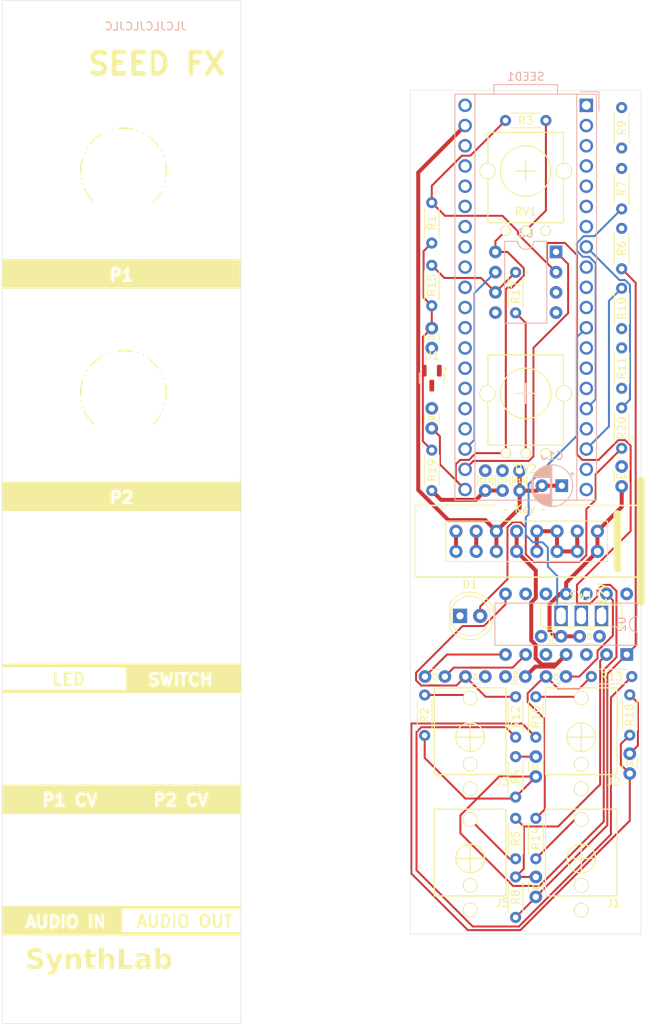
<source format=kicad_pcb>
(kicad_pcb (version 20240108) (generator "pcbnew") (generator_version "8.0")
  (layers (0 "F.Cu" signal) (31 "B.Cu" signal) (34 "B.Paste" user) (35 "F.Paste" user) (36 "B.SilkS" user "B.Silkscreen") (37 "F.SilkS" user "F.Silkscreen") (38 "B.Mask" user) (39 "F.Mask" user) (44 "Edge.Cuts" user))
  (net 0 "")
  (net 1 "ADC_IN_0")
  (net 2 "Net-(U3A--)")
  (net 3 "Net-(U2A--)")
  (net 4 "Net-(C5-Pad2)")
  (net 5 "Net-(U3B--)")
  (net 6 "Net-(C2-Pad2)")
  (net 7 "Net-(C3-Pad2)")
  (net 8 "Net-(U2B--)")
  (net 9 "Net-(C4-Pad2)")
  (net 10 "Net-(U2C--)")
  (net 11 "ADC_IN_1")
  (net 12 "Net-(U2D--)")
  (net 13 "-12V")
  (net 14 "+12V")
  (net 16 "Net-(J1-PadT)")
  (net 18 "Net-(J2-PadT)")
  (net 20 "Net-(J3-PadT)")
  (net 21 "Net-(J5-PadT)")
  (net 23 "Net-(R3-Pad1)")
  (net 24 "Net-(R17-Pad1)")
  (net 25 "Net-(D1-A)")
  (net 26 "AUDIO_IN_L")
  (net 27 "AUDIO_OUT_L")
  (net 28 "LED_OUT")
  (net 29 "SWITCH_IN")
  (net 30 "+5V")
  (net 31 "-10V_REF")
  (net 32 "3V3_A")
  (net 33 "Net-(J6-P3)")
  (net 34 "Net-(J6-P1)")
  (net 35 "GND")
  (footprint "Resistor_THT:R_Axial_DIN0204_L3.6mm_D1.6mm_P5.08mm_Horizontal" (layer "F.Cu") (at 191.135 110.31 180)
    (property "Reference" "R13")
    (property "Value" "100K")
  )
  (footprint "Capacitor_THT:C_Disc_D3.0mm_W1.6mm_P2.50mm" (layer "F.Cu") (at 187.071 105.259 180)
    (property "Reference" "C9")
    (property "Value" "100nF")
  )
  (footprint "Resistor_THT:R_Axial_DIN0204_L3.6mm_D1.6mm_P5.08mm_Horizontal" (layer "F.Cu") (at 165.989 86.9456 90)
    (property "Reference" "R19")
    (property "Value" "2K")
  )
  (footprint "Resistor_THT:R_Axial_DIN0204_L3.6mm_D1.6mm_P5.08mm_Horizontal" (layer "F.Cu") (at 190.881 117.676 90)
    (property "Reference" "R18")
    (property "Value" "66.5K")
  )
  (footprint "PCM_4ms_Connector:Pins_2x08_2.54mm_TH_EuroPower_Shrouded" (layer "F.Cu") (at 177.927 93.321 90)
    (property "Reference" "J6" (hide yes))
    (property "Value" "Eurorack_Power_16pin_Shrouded" (hide yes))
  )
  (footprint "Capacitor_THT:C_Disc_D3.0mm_W1.6mm_P2.50mm" (layer "F.Cu") (at 182.245 105.259 180)
    (property "Reference" "C11")
    (property "Value" "10µF")
  )
  (footprint "Resistor_THT:R_Axial_DIN0204_L3.6mm_D1.6mm_P5.08mm_Horizontal" (layer "F.Cu") (at 189.865 59.089 90)
    (property "Reference" "R6")
    (property "Value" "100K")
  )
  (footprint "Capacitor_THT:C_Disc_D3.0mm_W1.6mm_P2.50mm" (layer "F.Cu") (at 177.76 110.31 180)
    (property "Reference" "C10")
    (property "Value" "100nF")
  )
  (footprint "eurocad:PJ301M-12_T_S" (layer "F.Cu") (at 170.811981 117.93)
    (property "Reference" "J3")
    (property "Value" "DELAY_TIME_CV_INPUT")
  )
  (footprint "Capacitor_THT:C_Disc_D3.0mm_W1.6mm_P2.50mm" (layer "F.Cu") (at 167.64 110.31 180)
    (property "Reference" "C3")
    (property "Value" "560PF")
  )
  (footprint "Capacitor_THT:C_Disc_D3.0mm_W1.6mm_P2.50mm" (layer "F.Cu") (at 174.879 84.442 -90)
    (property "Reference" "C13")
    (property "Value" "100nF")
  )
  (footprint "Resistor_THT:R_Axial_DIN0204_L3.6mm_D1.6mm_P5.08mm_Horizontal" (layer "F.Cu") (at 176.53 125.452 90)
    (property "Reference" "R4")
    (property "Value" "66.5K")
  )
  (footprint "Capacitor_THT:C_Disc_D3.0mm_W1.6mm_P2.50mm" (layer "F.Cu") (at 189.865 86.423 90)
    (property "Reference" "C14")
    (property "Value" "100nF")
  )
  (footprint "Resistor_THT:R_Axial_DIN0204_L3.6mm_D1.6mm_P5.08mm_Horizontal" (layer "F.Cu") (at 176.53 112.85 -90)
    (property "Reference" "R12")
    (property "Value" "100K")
  )
  (footprint "Capacitor_THT:C_Disc_D3.0mm_W1.6mm_P2.50mm" (layer "F.Cu") (at 165.989 66.544 -90)
    (property "Reference" "C7")
    (property "Value" "100nF")
  )
  (footprint "Resistor_THT:R_Axial_DIN0204_L3.6mm_D1.6mm_P5.08mm_Horizontal" (layer "F.Cu") (at 189.865 61.531 -90)
    (property "Reference" "R10")
    (property "Value" "10K")
  )
  (footprint "Resistor_THT:R_Axial_DIN0204_L3.6mm_D1.6mm_P5.08mm_Horizontal" (layer "F.Cu") (at 165.989 63.73 90)
    (property "Reference" "R15")
    (property "Value" "200K")
  )
  (footprint "Resistor_THT:R_Axial_DIN0204_L3.6mm_D1.6mm_P5.08mm_Horizontal" (layer "F.Cu") (at 176.53 135.485 -90)
    (property "Reference" "R8")
    (property "Value" "100K")
  )
  (footprint "Capacitor_THT:C_Disc_D3.0mm_W1.6mm_P2.50mm" (layer "F.Cu") (at 179.07 122.872 90)
    (property "Reference" "C1")
    (property "Value" "10nF")
  )
  (footprint "LED_THT:LED_D5.0mm" (layer "F.Cu") (at 169.541981 102.69)
    (property "Reference" "D1")
    (property "Value" "LED")
  )
  (footprint "eurocad:PJ301M-12_T_S" (layer "F.Cu") (at 170.815 133.17)
    (property "Reference" "J5")
    (property "Value" "AUDIO_INPUT")
  )
  (footprint "Capacitor_THT:C_Disc_D3.0mm_W1.6mm_P2.50mm" (layer "F.Cu") (at 182.86 110.31 180)
    (property "Reference" "C5")
    (property "Value" "47PF")
  )
  (footprint "Resistor_THT:R_Axial_DIN0204_L3.6mm_D1.6mm_P5.08mm_Horizontal" (layer "F.Cu") (at 180.34 40.46 180)
    (property "Reference" "R3")
    (property "Value" "66.5K")
  )
  (footprint "Package_TO_SOT_SMD:SOT-23" (layer "F.Cu") (at 165.989 72.8255 -90)
    (property "Reference" "U1")
    (property "Value" "LM4040DBZ-10")
  )
  (footprint "eurocad:PJ301M-12_T_S" (layer "F.Cu") (at 184.785 133.17)
    (property "Reference" "J1")
    (property "Value" "AUDIO_OUTPUT")
  )
  (footprint "eurocad:PJ301M-12_T_S" (layer "F.Cu") (at 184.785 117.93)
    (property "Reference" "J2")
    (property "Value" "FEEDBACK_CV_INPUT")
  )
  (footprint "Resistor_THT:R_Axial_DIN0204_L3.6mm_D1.6mm_P5.08mm_Horizontal" (layer "F.Cu") (at 189.865 43.918 90)
    (property "Reference" "R9")
    (property "Value" "10K")
  )
  (footprint "Resistor_THT:R_Axial_DIN0204_L3.6mm_D1.6mm_P5.08mm_Horizontal" (layer "F.Cu") (at 189.865 76.557 -90)
    (property "Reference" "R20")
    (property "Value" "1K")
  )
  (footprint "Resistor_THT:R_Axial_DIN0204_L3.6mm_D1.6mm_P5.08mm_Horizontal" (layer "F.Cu") (at 179.07 128.119 -90)
    (property "Reference" "R14")
    (property "Value" "1K")
  )
  (footprint "Resistor_THT:R_Axial_DIN0204_L3.6mm_D1.6mm_P5.08mm_Horizontal" (layer "F.Cu") (at 165.989 55.856 90)
    (property "Reference" "R1")
    (property "Value" "200K")
  )
  (footprint "eurocad:Alpha9mmPot" (layer "F.Cu") (at 177.8 74.75)
    (property "Reference" "RV2")
    (property "Value" "FEEDBACK_POT_10K")
  )
  (footprint "Capacitor_THT:C_Disc_D3.0mm_W1.6mm_P2.50mm" (layer "F.Cu") (at 172.72 110.31 180)
    (property "Reference" "C4")
    (property "Value" "47PF")
  )
  (footprint "eurocad:Alpha9mmPot" (layer "F.Cu") (at 177.8 46.81)
    (property "Reference" "RV1")
    (property "Value" "DELAY_TIME_POT_10K")
  )
  (footprint "Resistor_THT:R_Axial_DIN0204_L3.6mm_D1.6mm_P5.08mm_Horizontal" (layer "F.Cu") (at 189.865 69.024 -90)
    (property "Reference" "R11")
    (property "Value" "100K")
  )
  (footprint "Resistor_THT:R_Axial_DIN0204_L3.6mm_D1.6mm_P5.08mm_Horizontal" (layer "F.Cu") (at 179.07 112.85 -90)
    (property "Reference" "R16")
    (property "Value" "100K")
  )
  (footprint "Capacitor_THT:C_Disc_D3.0mm_W1.6mm_P2.50mm" (layer "F.Cu") (at 190.881 122.502 90)
    (property "Reference" "C6")
    (property "Value" "10nF")
  )
  (footprint "Capacitor_THT:C_Disc_D3.0mm_W1.6mm_P2.50mm" (layer "F.Cu") (at 177.038 86.971 90)
    (property "Reference" "C15")
    (property "Value" "10µF")
  )
  (footprint "Resistor_THT:R_Axial_DIN0204_L3.6mm_D1.6mm_P5.08mm_Horizontal" (layer "F.Cu") (at 165.1 112.625 -90)
    (property "Reference" "R2")
    (property "Value" "100K")
  )
  (footprint "Capacitor_THT:C_Disc_D3.0mm_W1.6mm_P2.50mm" (layer "F.Cu") (at 172.72 84.442 -90)
    (property "Reference" "C12")
    (property "Value" "10µF")
  )
  (footprint "Capacitor_THT:C_Disc_D3.0mm_W1.6mm_P2.50mm" (layer "F.Cu") (at 165.989 79.1224 90)
    (property "Reference" "C8")
    (property "Value" "100nF")
  )
  (footprint "Resistor_THT:R_Axial_DIN0204_L3.6mm_D1.6mm_P5.08mm_Horizontal" (layer "F.Cu") (at 176.53 133.199 90)
    (property "Reference" "R5")
    (property "Value" "100K")
  )
  (footprint "Capacitor_THT:C_Disc_D3.0mm_W1.6mm_P2.50mm" (layer "F.Cu") (at 179.07 135.485 -90)
    (property "Reference" "C2")
    (property "Value" "47PF")
  )
  (footprint "Resistor_THT:R_Axial_DIN0204_L3.6mm_D1.6mm_P5.08mm_Horizontal" (layer "F.Cu") (at 176.53 64.619 90)
    (property "Reference" "R17")
    (property "Value" "66.5K")
  )
  (footprint "Library:SW_Slide-03_Wuerth-WS-SLTV_10x2.5x6.4_P2.54mm-SolderLugs" (layer "F.Cu") (at 184.785 102.69)
    (property "Reference" "SW1")
    (property "Value" "SW_SPDT")
  )
  (footprint "Resistor_THT:R_Axial_DIN0204_L3.6mm_D1.6mm_P5.08mm_Horizontal" (layer "F.Cu") (at 189.865 46.487 -90)
    (property "Reference" "R7")
    (property "Value" "1K")
  )
  (footprint "Package_DIP:DIP-8_W7.62mm" (layer "B.Cu") (at 181.61 56.97 180)
    (property "Reference" "U3")
    (property "Value" "MCP6002-xP")
  )
  (footprint "Package_DIP:DIP-14_W7.62mm" (layer "B.Cu") (at 190.5 107.545 90)
    (property "Reference" "U2")
    (property "Value" "TL074")
  )
  (footprint "Module:Electrosmith_Daisy_Seed" (layer "B.Cu") (at 185.42 38.555 180)
    (property "Reference" "SEED1")
    (property "Value" "Electrosmith_Daisy_Seed_Rev4")
  )
  (footprint "Capacitor_THT:CP_Radial_D5.0mm_P2.50mm" (layer "B.Cu") (at 182.332 86.336 180)
    (property "Reference" "C16")
    (property "Value" "220µF")
  )
  (gr_rect (start 112.0508 86.18) (end 125.555227 89.1772) (stroke (width 0.15)) (fill solid) (layer "F.SilkS"))
  (gr_rect (start 138.049 124.153) (end 141.973655 127.22971) (stroke (width 0.15)) (fill solid) (layer "F.SilkS"))
  (gr_rect (start 112 58.2908) (end 125.5382 61.288) (stroke (width 0.15)) (fill solid) (layer "F.SilkS"))
  (gr_rect (start 112 61.2372) (end 141.8704 61.5166) (stroke (width 0.15)) (fill solid) (layer "F.SilkS"))
  (gr_rect (start 123.811 88.72) (end 129.526 89.1772) (stroke (width 0.15)) (fill solid) (layer "F.SilkS"))
  (gr_rect (start 112 57.9606) (end 141.8704 58.24) (stroke (width 0.15)) (fill solid) (layer "F.SilkS"))
  (gr_rect (start 112.094629 139.207421) (end 141.965029 139.486821) (stroke (width 0.15)) (fill solid) (layer "F.SilkS"))
  (gr_rect (start 125.2842 58.2908) (end 128.5862 58.7988) (stroke (width 0.15)) (fill solid) (layer "F.SilkS"))
  (gr_rect (start 127.635 109.167) (end 141.959758 109.607391) (stroke (width 0.15)) (fill solid) (layer "F.SilkS"))
  (gr_rect (start 112.103255 124.09281) (end 117.094 127.201) (stroke (width 0.15)) (fill solid) (layer "F.SilkS"))
  (gr_rect (start 123.811 86.18) (end 129.526 86.688) (stroke (width 0.15)) (fill solid) (layer "F.SilkS"))
  (gr_arc (start 123.43 50.62) (mid 127.24 41.421846) (end 131.05 50.62) (stroke (width 0.1705) (type dash_dot_dot)) (layer "F.SilkS"))
  (gr_rect (start 128.538745 86.0403) (end 141.9212 89.355) (stroke (width 0.15)) (fill solid) (layer "F.SilkS"))
  (gr_rect (start 114.914489 142.06) (end 124.989335 142.441) (stroke (width 0.15)) (fill solid) (layer "F.SilkS"))
  (gr_rect (start 117.094 126.82) (end 124.079 127.201) (stroke (width 0.15)) (fill solid) (layer "F.SilkS"))
  (gr_rect (start 124.079 124.153) (end 131.064 127.328) (stroke (width 0.15)) (fill solid) (layer "F.SilkS"))
  (gr_rect (start 127.635 111.732457) (end 141.906455 112.272187) (stroke (width 0.15)) (fill solid) (layer "F.SilkS"))
  (gr_rect (start 131.064 124.153) (end 138.049 124.788) (stroke (width 0.15)) (fill solid) (layer "F.SilkS"))
  (gr_rect (start 112.103255 127.22971) (end 141.973655 127.50911) (stroke (width 0.15)) (fill solid) (layer "F.SilkS"))
  (gr_rect (start 112.1016 112.0494) (end 141.972 112.3288) (stroke (width 0.15)) (fill solid) (layer "F.SilkS"))
  (gr_rect (start 112.0508 89.1772) (end 141.9212 89.4566) (stroke (width 0.15)) (fill solid) (layer "F.SilkS"))
  (gr_rect (start 128.4846 58.1511) (end 141.8704 61.4658) (stroke (width 0.15)) (fill solid) (layer "F.SilkS"))
  (gr_arc (start 123.43 78.56) (mid 127.24 69.361846) (end 131.05 78.56) (stroke (width 0.1705) (type dash_dot_dot)) (layer "F.SilkS"))
  (gr_rect (start 112.094629 139.486821) (end 114.839279 142.441) (stroke (width 0.15)) (fill solid) (layer "F.SilkS"))
  (gr_rect (start 117.094 124.09281) (end 123.952 124.788) (stroke (width 0.15)) (fill solid) (layer "F.SilkS"))
  (gr_rect (start 112.094629 142.484021) (end 141.965029 142.763421) (stroke (width 0.15)) (fill solid) (layer "F.SilkS"))
  (gr_rect (start 125.5382 60.935278) (end 128.5862 61.288) (stroke (width 0.15)) (fill solid) (layer "F.SilkS"))
  (gr_rect (start 112.0508 85.9006) (end 141.9212 86.18) (stroke (width 0.15)) (fill solid) (layer "F.SilkS"))
  (gr_rect (start 138.449458 109.607836) (end 141.915328 111.826227) (stroke (width 0.15)) (fill solid) (layer "F.SilkS"))
  (gr_rect (start 131.064 126.84871) (end 138.049 127.328) (stroke (width 0.15)) (fill solid) (layer "F.SilkS"))
  (gr_rect (start 127.635 109.675) (end 130.349455 111.893391) (stroke (width 0.15)) (fill solid) (layer "F.SilkS"))
  (gr_rect (start 112.103255 123.95311) (end 141.973655 124.23251) (stroke (width 0.15)) (fill solid) (layer "F.SilkS"))
  (gr_rect (start 114.955297 139.486821) (end 124.891905 140.028) (stroke (width 0.15)) (fill solid) (layer "F.SilkS"))
  (gr_rect (start 125.029019 139.486821) (end 127.029829 142.484021) (stroke (width 0.15)) (fill solid) (layer "F.SilkS"))
  (gr_rect (start 112.1016 108.7728) (end 141.948421 109.0522) (stroke (width 0.15)) (fill solid) (layer "F.SilkS"))
  (gr_rect (start 163.3 36.65) (end 192.3 142.65) (stroke (width 0.05)) (fill none) (layer "Edge.Cuts"))
  (gr_rect (start 112 25.4) (end 142 153.9) (stroke (width 0.05)) (fill none) (layer "Edge.Cuts"))
  (gr_text "JLCJLCJLCJLC" (at 135.255 29.21 0) (layer "B.SilkS") (effects (font (size 1 1)) (justify left bottom mirror)))
  (gr_text "P2 CV" (at 130.81 126.720918 0) (layer "F.SilkS" knockout) (effects (font (size 1.5 1.5) (thickness 0.3) (bold yes)) (justify left bottom)))
  (gr_text "SynthLab" (at 114.880867 147.438617 0) (layer "F.SilkS") (effects (font (size 2.5 2.5) (thickness 0.3) (bold yes)) (justify left bottom)))
  (gr_text "P1 CV" (at 116.84 126.72171 0) (layer "F.SilkS" knockout) (effects (font (size 1.5 1.5) (thickness 0.3) (bold yes)) (justify left bottom)))
  (gr_text "AUDIO IN" (at 114.733999 141.99977 0) (layer "F.SilkS" knockout) (effects (font (size 1.5 1.5) (thickness 0.3) (bold yes)) (justify left bottom)))
  (gr_text "LED" (at 118.11 111.5414 0) (layer "F.SilkS") (effects (font (size 1.5 1.5) (thickness 0.3) (bold yes)) (justify left bottom)))
  (gr_text "P1" (at 125.335 60.78 0) (layer "F.SilkS" knockout) (effects (font (size 1.5 1.5) (thickness 0.3) (bold yes)) (justify left bottom)))
  (gr_text "SEED FX" (at 140.335 34.925 0) (layer "F.SilkS") (effects (font (size 2.7 2.7) (thickness 0.6) (bold yes)) (justify right bottom)))
  (gr_text "P2" (at 125.335 88.72 0) (layer "F.SilkS" knockout) (effects (font (size 1.5 1.5) (thickness 0.3) (bold yes)) (justify left bottom)))
  (gr_text "SWITCH" (at 130.175 111.58 0) (layer "F.SilkS" knockout) (effects (font (size 1.5 1.5) (thickness 0.3) (bold yes)) (justify left bottom)))
  (gr_text "AUDIO OUT" (at 128.707909 141.931501 0) (layer "F.SilkS") (effects (font (size 1.5 1.5) (thickness 0.3) (bold yes)) (justify left bottom)))
  (segment (start 178.775 82.653859) (end 178.775 69.015991) (width 0.25) (layer "F.Cu") (net 1))
  (segment (start 179.07 120.372) (end 176.53 120.372) (width 0.25) (layer "F.Cu") (net 1))
  (segment (start 178.203859 83.225) (end 178.775 82.653859) (width 0.25) (layer "F.Cu") (net 1))
  (segment (start 183.134 58.494) (end 181.61 56.97) (width 0.25) (layer "F.Cu") (net 1))
  (segment (start 171.23 83.225) (end 178.203859 83.225) (width 0.25) (layer "F.Cu") (net 1))
  (segment (start 183.134 64.656991) (end 183.134 58.494) (width 0.25) (layer "F.Cu") (net 1))
  (segment (start 170.18 84.275) (end 171.23 83.225) (width 0.25) (layer "F.Cu") (net 1))
  (segment (start 178.775 69.015991) (end 183.134 64.656991) (width 0.25) (layer "F.Cu") (net 1))
  (segment (start 185.96 101.095) (end 186.835 100.22) (width 0.25) (layer "F.Cu") (net 2))
  (segment (start 176.347 125.635) (end 170.212 125.635) (width 0.25) (layer "F.Cu") (net 2))
  (segment (start 176.53 125.452) (end 176.347 125.635) (width 0.25) (layer "F.Cu") (net 2))
  (segment (start 169.59 129.994569) (end 169.59 127.742588) (width 0.25) (layer "F.Cu") (net 2))
  (segment (start 189.440431 80.612) (end 190.289569 80.612) (width 0.25) (layer "F.Cu") (net 2))
  (segment (start 188.425991 98.8) (end 189.209999 99.584008) (width 0.25) (layer "F.Cu") (net 2))
  (segment (start 180.485 55.845) (end 182.735 55.845) (width 0.25) (layer "F.Cu") (net 2))
  (segment (start 176.53 125.452) (end 179.07 122.912) (width 0.25) (layer "F.Cu") (net 2))
  (segment (start 181.61 59.51) (end 180.485 58.385) (width 0.25) (layer "F.Cu") (net 2))
  (segment (start 174.460588 122.872) (end 179.07 122.872) (width 0.25) (layer "F.Cu") (net 2))
  (segment (start 165.989 50.776) (end 167.643 52.43) (width 0.25) (layer "F.Cu") (net 2))
  (segment (start 186.835 100.22) (end 186.835 99.459009) (width 0.25) (layer "F.Cu") (net 2))
  (segment (start 184.245 101.095) (end 185.96 101.095) (width 0.25) (layer "F.Cu") (net 2))
  (segment (start 184.245 98.790053) (end 184.245 101.095) (width 0.25) (layer "F.Cu") (net 2))
  (segment (start 176.825 54.725) (end 181.61 59.51) (width 0.25) (layer "F.Cu") (net 2))
  (segment (start 165.1 120.523) (end 165.1 117.705) (width 0.25) (layer "F.Cu") (net 2))
  (segment (start 186.835 99.459009) (end 187.494009 98.8) (width 0.25) (layer "F.Cu") (net 2))
  (segment (start 187.610001 109.48599) (end 187.610001 128.53599) (width 0.25) (layer "F.Cu") (net 2))
  (segment (start 182.735 55.845) (end 184.245 57.355) (width 0.25) (layer "F.Cu") (net 2))
  (segment (start 176.825 54.3828) (end 176.825 54.725) (width 0.25) (layer "F.Cu") (net 2))
  (segment (start 170.212 125.635) (end 165.1 120.523) (width 0.25) (layer "F.Cu") (net 2))
  (segment (start 174.8722 52.43) (end 176.825 54.3828) (width 0.25) (layer "F.Cu") (net 2))
  (segment (start 184.933299 83.1) (end 186.952431 83.1) (width 0.25) (layer "F.Cu") (net 2))
  (segment (start 190.99 92.045053) (end 184.245 98.790053) (width 0.25) (layer "F.Cu") (net 2))
  (segment (start 184.245 82.411701) (end 184.933299 83.1) (width 0.25) (layer "F.Cu") (net 2))
  (segment (start 189.209999 107.885992) (end 187.610001 109.48599) (width 0.25) (layer "F.Cu") (net 2))
  (segment (start 190.99 81.312431) (end 190.99 92.045053) (width 0.25) (layer "F.Cu") (net 2))
  (segment (start 165.989 48.6678) (end 169.7736 44.8832) (width 0.25) (layer "F.Cu") (net 2))
  (segment (start 179.535991 136.61) (end 176.205431 136.61) (width 0.25) (layer "F.Cu") (net 2))
  (segment (start 187.610001 128.53599) (end 179.535991 136.61) (width 0.25) (layer "F.Cu") (net 2))
  (segment (start 176.205431 136.61) (end 169.59 129.994569) (width 0.25) (layer "F.Cu") (net 2))
  (segment (start 190.289569 80.612) (end 190.99 81.312431) (width 0.25) (layer "F.Cu") (net 2))
  (segment (start 169.59 127.742588) (end 174.460588 122.872) (width 0.25) (layer "F.Cu") (net 2))
  (segment (start 167.643 52.43) (end 174.8722 52.43) (width 0.25) (layer "F.Cu") (net 2))
  (segment (start 186.952431 83.1) (end 189.440431 80.612) (width 0.25) (layer "F.Cu") (net 2))
  (segment (start 187.494009 98.8) (end 188.425991 98.8) (width 0.25) (layer "F.Cu") (net 2))
  (segment (start 165.989 50.776) (end 165.989 48.6678) (width 0.25) (layer "F.Cu") (net 2))
  (segment (start 180.485 58.385) (end 180.485 55.845) (width 0.25) (layer "F.Cu") (net 2))
  (segment (start 189.209999 99.584008) (end 189.209999 107.885992) (width 0.25) (layer "F.Cu") (net 2))
  (segment (start 170.8368 44.8832) (end 175.26 40.46) (width 0.25) (layer "F.Cu") (net 2))
  (segment (start 179.07 122.912) (end 179.07 122.872) (width 0.25) (layer "F.Cu") (net 2))
  (segment (start 184.245 57.355) (end 184.245 82.411701) (width 0.25) (layer "F.Cu") (net 2))
  (segment (start 169.7736 44.8832) (end 170.8368 44.8832) (width 0.25) (layer "F.Cu") (net 2))
  (segment (start 177.555 134.46) (end 177.555 129.144) (width 0.25) (layer "F.Cu") (net 3))
  (segment (start 177.555 129.144) (end 176.53 128.119) (width 0.25) (layer "F.Cu") (net 3))
  (segment (start 181.8804 129.144) (end 177.555 129.144) (width 0.25) (layer "F.Cu") (net 3))
  (segment (start 187.160001 108.344999) (end 187.160001 123.864399) (width 0.25) (layer "F.Cu") (net 3))
  (segment (start 179.07 135.485) (end 176.53 135.485) (width 0.25) (layer "F.Cu") (net 3))
  (segment (start 187.160001 123.864399) (end 181.8804 129.144) (width 0.25) (layer "F.Cu") (net 3))
  (segment (start 176.53 135.485) (end 177.555 134.46) (width 0.25) (layer "F.Cu") (net 3))
  (segment (start 187.96 107.545) (end 187.160001 108.344999) (width 0.25) (layer "F.Cu") (net 3))
  (segment (start 178.045 112.425431) (end 178.045 113.505) (width 0.25) (layer "F.Cu") (net 4))
  (segment (start 180.36 110.31) (end 181.835 111.785) (width 0.25) (layer "F.Cu") (net 4))
  (segment (start 180.36 110.31) (end 180.160431 110.31) (width 0.25) (layer "F.Cu") (net 4))
  (segment (start 180.195 115.655) (end 180.195 126.994) (width 0.25) (layer "F.Cu") (net 4))
  (segment (start 181.835 111.785) (end 184.58 111.785) (width 0.25) (layer "F.Cu") (net 4))
  (segment (start 184.58 111.785) (end 186.055 110.31) (width 0.25) (layer "F.Cu") (net 4))
  (segment (start 178.045 113.505) (end 180.195 115.655) (width 0.25) (layer "F.Cu") (net 4))
  (segment (start 180.160431 110.31) (end 178.045 112.425431) (width 0.25) (layer "F.Cu") (net 4))
  (segment (start 180.195 126.994) (end 179.07 128.119) (width 0.25) (layer "F.Cu") (net 4))
  (segment (start 173.99 62.05) (end 172.18 60.24) (width 0.25) (layer "F.Cu") (net 5))
  (segment (start 189.756 118.801) (end 189.756 121.377) (width 0.25) (layer "F.Cu") (net 5))
  (segment (start 172.18 60.24) (end 167.579 60.24) (width 0.25) (layer "F.Cu") (net 5))
  (segment (start 173.99 62.05) (end 176.501 59.539) (width 0.25) (layer "F.Cu") (net 5))
  (segment (start 189.756 121.377) (end 190.881 122.502) (width 0.25) (layer "F.Cu") (net 5))
  (segment (start 177.3478 116.2078) (end 163.425 116.2078) (width 0.25) (layer "F.Cu") (net 5))
  (segment (start 190.881 128.4238) (end 190.881 122.502) (width 0.25) (layer "F.Cu") (net 5))
  (segment (start 163.425 135.0546) (end 170.5356 142.1652) (width 0.25) (layer "F.Cu") (net 5))
  (segment (start 176.501 59.539) (end 176.53 59.539) (width 0.25) (layer "F.Cu") (net 5))
  (segment (start 163.425 116.2078) (end 163.425 135.0546) (width 0.25) (layer "F.Cu") (net 5))
  (segment (start 170.5356 142.1652) (end 177.1396 142.1652) (width 0.25) (layer "F.Cu") (net 5))
  (segment (start 179.07 117.93) (end 177.3478 116.2078) (width 0.25) (layer "F.Cu") (net 5))
  (segment (start 167.579 60.24) (end 165.989 58.65) (width 0.25) (layer "F.Cu") (net 5))
  (segment (start 190.881 117.676) (end 189.756 118.801) (width 0.25) (layer "F.Cu") (net 5))
  (segment (start 177.1396 142.1652) (end 190.881 128.4238) (width 0.25) (layer "F.Cu") (net 5))
  (segment (start 191.625 106.42) (end 190.5 107.545) (width 0.25) (layer "F.Cu") (net 6))
  (segment (start 188.0616 109.9834) (end 188.0616 128.9934) (width 0.25) (layer "F.Cu") (net 6))
  (segment (start 188.0616 128.9934) (end 179.07 137.985) (width 0.25) (layer "F.Cu") (net 6))
  (segment (start 179.07 138.025) (end 179.07 137.985) (width 0.25) (layer "F.Cu") (net 6))
  (segment (start 191.625 60.849) (end 191.625 106.42) (width 0.25) (layer "F.Cu") (net 6))
  (segment (start 190.5 107.545) (end 188.0616 109.9834) (width 0.25) (layer "F.Cu") (net 6))
  (segment (start 176.53 140.565) (end 179.07 138.025) (width 0.25) (layer "F.Cu") (net 6))
  (segment (start 189.865 59.089) (end 191.625 60.849) (width 0.25) (layer "F.Cu") (net 6))
  (segment (start 165.14 110.31) (end 167.905 107.545) (width 0.25) (layer "F.Cu") (net 7))
  (segment (start 167.905 107.545) (end 175.26 107.545) (width 0.25) (layer "F.Cu") (net 7))
  (segment (start 177.8 107.545) (end 176.16 109.185) (width 0.25) (layer "F.Cu") (net 8))
  (segment (start 176.16 109.185) (end 168.765 109.185) (width 0.25) (layer "F.Cu") (net 8))
  (segment (start 168.765 109.185) (end 167.64 110.31) (width 0.25) (layer "F.Cu") (net 8))
  (segment (start 169.095 111.435) (end 164.674009 111.435) (width 0.25) (layer "F.Cu") (net 9))
  (segment (start 169.8752 103.9636) (end 172.540793 103.9636) (width 0.25) (layer "F.Cu") (net 9))
  (segment (start 170.22 110.31) (end 172.76 112.85) (width 0.25) (layer "F.Cu") (net 9))
  (segment (start 172.540793 103.9636) (end 175.26 101.244393) (width 0.25) (layer "F.Cu") (net 9))
  (segment (start 164.015 110.775991) (end 164.015 109.8238) (width 0.25) (layer "F.Cu") (net 9))
  (segment (start 164.674009 111.435) (end 164.015 110.775991) (width 0.25) (layer "F.Cu") (net 9))
  (segment (start 172.76 112.85) (end 176.53 112.85) (width 0.25) (layer "F.Cu") (net 9))
  (segment (start 164.015 109.8238) (end 169.8752 103.9636) (width 0.25) (layer "F.Cu") (net 9))
  (segment (start 175.26 101.244393) (end 175.26 99.925) (width 0.25) (layer "F.Cu") (net 9))
  (segment (start 170.22 110.31) (end 169.095 111.435) (width 0.25) (layer "F.Cu") (net 9))
  (segment (start 190.881 120.002) (end 191.906 118.977) (width 0.25) (layer "F.Cu") (net 11))
  (segment (start 191.906 113.621) (end 190.881 112.596) (width 0.25) (layer "F.Cu") (net 11))
  (segment (start 191.906 118.977) (end 191.906 113.621) (width 0.25) (layer "F.Cu") (net 11))
  (segment (start 171.355 80.56) (end 171.355 62.145) (width 0.25) (layer "B.Cu") (net 11))
  (segment (start 171.355 62.145) (end 173.99 59.51) (width 0.25) (layer "B.Cu") (net 11))
  (segment (start 170.18 81.735) (end 171.355 80.56) (width 0.25) (layer "B.Cu") (net 11))
  (segment (start 164.075 134.642412) (end 164.075 117.280431) (width 0.25) (layer "F.Cu") (net 12))
  (segment (start 164.075 117.280431) (end 164.675431 116.68) (width 0.25) (layer "F.Cu") (net 12))
  (segment (start 187.96 99.925) (end 188.759999 100.724999) (width 0.25) (layer "F.Cu") (net 12))
  (segment (start 171.140588 141.708) (end 164.075 134.642412) (width 0.25) (layer "F.Cu") (net 12))
  (segment (start 184.535991 110.31) (end 186.835 108.010991) (width 0.25) (layer "F.Cu") (net 12))
  (segment (start 176.937991 141.708) (end 171.140588 141.708) (width 0.25) (layer "F.Cu") (net 12))
  (segment (start 188.759999 105.160992) (end 187.500991 106.42) (width 0.25) (layer "F.Cu") (net 12))
  (segment (start 188.5116 130.134391) (end 176.937991 141.708) (width 0.25) (layer "F.Cu") (net 12))
  (segment (start 186.835 108.010991) (end 186.835 107.079009) (width 0.25) (layer "F.Cu") (net 12))
  (segment (start 191.135 110.31) (end 188.5116 112.9334) (width 0.25) (layer "F.Cu") (net 12))
  (segment (start 182.86 110.31) (end 184.535991 110.31) (width 0.25) (layer "F.Cu") (net 12))
  (segment (start 186.835 107.079009) (end 187.494009 106.42) (width 0.25) (layer "F.Cu") (net 12))
  (segment (start 187.500991 106.42) (end 187.494009 106.42) (width 0.25) (layer "F.Cu") (net 12))
  (segment (start 188.5116 112.9334) (end 188.5116 130.134391) (width 0.25) (layer "F.Cu") (net 12))
  (segment (start 164.675431 116.68) (end 175.28 116.68) (width 0.25) (layer "F.Cu") (net 12))
  (segment (start 175.28 116.68) (end 176.53 117.93) (width 0.25) (layer "F.Cu") (net 12))
  (segment (start 188.759999 100.724999) (end 188.759999 105.160992) (width 0.25) (layer "F.Cu") (net 12))
  (segment (start 182.88 99.925) (end 182.107767 99.925) (width 0.5) (layer "F.Cu") (net 13))
  (segment (start 186.817 94.591) (end 182.88 98.528) (width 0.5) (layer "F.Cu") (net 13))
  (segment (start 186.817 92.051) (end 186.817 94.591) (width 0.5) (layer "F.Cu") (net 13))
  (segment (start 189.865 89.003) (end 189.865 86.423) (width 0.5) (layer "F.Cu") (net 13))
  (segment (start 182.107767 99.925) (end 180.799383 101.233384) (width 0.5) (layer "F.Cu") (net 13))
  (segment (start 182.88 98.528) (end 182.88 99.925) (width 0.5) (layer "F.Cu") (net 13))
  (segment (start 181.483 105.259) (end 182.245 105.259) (width 0.5) (layer "F.Cu") (net 13))
  (segment (start 182.245 105.259) (end 184.571 105.259) (width 0.5) (layer "F.Cu") (net 13))
  (segment (start 186.817 92.051) (end 189.865 89.003) (width 0.5) (layer "F.Cu") (net 13))
  (segment (start 180.799383 104.575383) (end 181.483 105.259) (width 0.5) (layer "F.Cu") (net 13))
  (segment (start 180.799383 101.233384) (end 180.799383 104.575383) (width 0.5) (layer "F.Cu") (net 13))
  (segment (start 172.72 86.942) (end 171.547 88.115) (width 0.5) (layer "F.Cu") (net 14))
  (segment (start 178.495 105.776767) (end 178.495 101.008) (width 0.5) (layer "F.Cu") (net 14))
  (segment (start 181.365 109.06) (end 179.01 109.06) (width 0.5) (layer "F.Cu") (net 14))
  (segment (start 167.1584 88.115) (end 165.989 86.9456) (width 0.5) (layer "F.Cu") (net 14))
  (segment (start 171.547 88.115) (end 167.1584 88.115) (width 0.5) (layer "F.Cu") (net 14))
  (segment (start 176.657 92.051) (end 176.657 94.591) (width 0.5) (layer "F.Cu") (net 14))
  (segment (start 179.07 97.004) (end 176.657 94.591) (width 0.5) (layer "F.Cu") (net 14))
  (segment (start 179.822233 108.795) (end 179.05 108.022767) (width 0.5) (layer "F.Cu") (net 14))
  (segment (start 179.05 106.331767) (end 178.495 105.776767) (width 0.5) (layer "F.Cu") (net 14))
  (segment (start 174.879 86.942) (end 172.72 86.942) (width 0.5) (layer "F.Cu") (net 14))
  (segment (start 182.88 107.545) (end 181.365 109.06) (width 0.5) (layer "F.Cu") (net 14))
  (segment (start 181.63 108.795) (end 179.822233 108.795) (width 0.5) (layer "F.Cu") (net 14))
  (segment (start 182.88 107.545) (end 181.63 108.795) (width 0.5) (layer "F.Cu") (net 14))
  (segment (start 179.01 109.06) (end 177.76 110.31) (width 0.5) (layer "F.Cu") (net 14))
  (segment (start 178.495 101.008) (end 179.07 100.433) (width 0.5) (layer "F.Cu") (net 14))
  (segment (start 179.07 100.433) (end 179.07 97.004) (width 0.5) (layer "F.Cu") (net 14))
  (segment (start 179.05 108.022767) (end 179.05 106.331767) (width 0.5) (layer "F.Cu") (net 14))
  (segment (start 179.07 133.199) (end 184.019 128.25) (width 0.25) (layer "F.Cu") (net 16))
  (segment (start 184.019 128.25) (end 184.785 128.25) (width 0.25) (layer "F.Cu") (net 16))
  (segment (start 184.625 112.85) (end 184.785 113.01) (width 0.25) (layer "F.Cu") (net 18))
  (segment (start 179.07 112.85) (end 184.625 112.85) (width 0.25) (layer "F.Cu") (net 18))
  (segment (start 165.1 112.625) (end 170.426981 112.625) (width 0.25) (layer "F.Cu") (net 20))
  (segment (start 170.426981 112.625) (end 170.811981 113.01) (width 0.25) (layer "F.Cu") (net 20))
  (segment (start 175.764 133.199) (end 176.53 133.199) (width 0.25) (layer "F.Cu") (net 21))
  (segment (start 170.815 128.25) (end 175.764 133.199) (width 0.25) (layer "F.Cu") (net 21))
  (segment (start 180.34 40.46) (end 180.34 51.77) (width 0.25) (layer "F.Cu") (net 23))
  (segment (start 180.34 51.77) (end 177.8 54.31) (width 0.25) (layer "F.Cu") (net 23))
  (segment (start 177.8 65.889) (end 176.53 64.619) (width 0.25) (layer "F.Cu") (net 24))
  (segment (start 177.8 82.25) (end 177.8 65.889) (width 0.25) (layer "F.Cu") (net 24))
  (segment (start 175.5065 98.087509) (end 172.081981 101.512028) (width 0.25) (layer "F.Cu") (net 25))
  (segment (start 175.5065 91.574447) (end 175.5065 98.087509) (width 0.25) (layer "F.Cu") (net 25))
  (segment (start 176.180447 90.9005) (end 175.5065 91.574447) (width 0.25) (layer "F.Cu") (net 25))
  (segment (start 178.790786 95.911614) (end 177.8075 94.928328) (width 0.25) (layer "F.Cu") (net 25))
  (segment (start 184.583439 95.911614) (end 178.790786 95.911614) (width 0.25) (layer "F.Cu") (net 25))
  (segment (start 189.865 81.637) (end 186.595 84.907) (width 0.25) (layer "F.Cu") (net 25))
  (segment (start 185.4275 89.273447) (end 185.4275 95.067553) (width 0.25) (layer "F.Cu") (net 25))
  (segment (start 177.8075 94.928328) (end 177.8075 91.574447) (width 0.25) (layer "F.Cu") (net 25))
  (segment (start 172.081981 101.512028) (end 172.081981 102.69) (width 0.25) (layer "F.Cu") (net 25))
  (segment (start 186.595 84.907) (end 186.595 88.105947) (width 0.25) (layer "F.Cu") (net 25))
  (segment (start 186.595 88.105947) (end 185.4275 89.273447) (width 0.25) (layer "F.Cu") (net 25))
  (segment (start 177.8075 91.574447) (end 177.133553 90.9005) (width 0.25) (layer "F.Cu") (net 25))
  (segment (start 177.133553 90.9005) (end 176.180447 90.9005) (width 0.25) (layer "F.Cu") (net 25))
  (segment (start 185.4275 95.067553) (end 184.583439 95.911614) (width 0.25) (layer "F.Cu") (net 25))
  (segment (start 186.595 58.388299) (end 185.789901 57.5832) (width 0.25) (layer "B.Cu") (net 26))
  (segment (start 185.42 76.655) (end 186.595 75.48) (width 0.25) (layer "B.Cu") (net 26))
  (segment (start 185.100899 54.9924) (end 186.4396 54.9924) (width 0.25) (layer "B.Cu") (net 26))
  (segment (start 186.595 75.48) (end 186.595 58.388299) (width 0.25) (layer "B.Cu") (net 26))
  (segment (start 185.789901 57.5832) (end 184.9628 57.5832) (width 0.25) (layer "B.Cu") (net 26))
  (segment (start 184.245 55.848299) (end 185.100899 54.9924) (width 0.25) (layer "B.Cu") (net 26))
  (segment (start 184.9628 57.5832) (end 184.245 56.8654) (width 0.25) (layer "B.Cu") (net 26))
  (segment (start 184.245 56.8654) (end 184.245 55.848299) (width 0.25) (layer "B.Cu") (net 26))
  (segment (start 186.4396 54.9924) (end 189.865 51.567) (width 0.25) (layer "B.Cu") (net 26))
  (segment (start 188.2648 78.8902) (end 188.2648 63.1312) (width 0.25) (layer "B.Cu") (net 27))
  (segment (start 185.42 81.735) (end 188.2648 78.8902) (width 0.25) (layer "B.Cu") (net 27))
  (segment (start 188.2648 63.1312) (end 189.865 61.531) (width 0.25) (layer "B.Cu") (net 27))
  (segment (start 190.9064 61.122831) (end 190.9064 75.5156) (width 0.25) (layer "B.Cu") (net 28))
  (segment (start 185.42 56.335) (end 189.591 60.506) (width 0.25) (layer "B.Cu") (net 28))
  (segment (start 190.289569 60.506) (end 190.9064 61.122831) (width 0.25) (layer "B.Cu") (net 28))
  (segment (start 190.9064 75.5156) (end 189.865 76.557) (width 0.25) (layer "B.Cu") (net 28))
  (segment (start 189.591 60.506) (end 190.289569 60.506) (width 0.25) (layer "B.Cu") (net 28))
  (segment (start 178.720447 93.4405) (end 179.912553 93.4405) (width 0.25) (layer "B.Cu") (net 29))
  (segment (start 184.245 67.67) (end 184.245 80.0434) (width 0.25) (layer "B.Cu") (net 29))
  (segment (start 177.8075 92.527553) (end 178.720447 93.4405) (width 0.25) (layer "B.Cu") (net 29))
  (segment (start 181.755 97.675) (end 181.755 102.2) (width 0.25) (layer "B.Cu") (net 29))
  (segment (start 184.245 80.0434) (end 178.163 86.1254) (width 0.25) (layer "B.Cu") (net 29))
  (segment (start 180.5865 96.5065) (end 181.755 97.675) (width 0.25) (layer "B.Cu") (net 29))
  (segment (start 179.912553 93.4405) (end 180.5865 94.114447) (width 0.25) (layer "B.Cu") (net 29))
  (segment (start 178.163 86.1254) (end 178.163 89.9354) (width 0.25) (layer "B.Cu") (net 29))
  (segment (start 181.755 102.2) (end 182.245 102.69) (width 0.25) (layer "B.Cu") (net 29))
  (segment (start 185.42 66.495) (end 184.245 67.67) (width 0.25) (layer "B.Cu") (net 29))
  (segment (start 180.5865 94.114447) (end 180.5865 96.5065) (width 0.25) (layer "B.Cu") (net 29))
  (segment (start 177.8075 90.2909) (end 177.8075 92.527553) (width 0.25) (layer "B.Cu") (net 29))
  (segment (start 178.163 89.9354) (end 177.8075 90.2909) (width 0.25) (layer "B.Cu") (net 29))
  (segment (start 177.038 89.13) (end 174.117 92.051) (width 0.5) (layer "F.Cu") (net 30))
  (segment (start 172.72 90.654) (end 174.117 92.051) (width 0.5) (layer "F.Cu") (net 30))
  (segment (start 170.18 41.095) (end 164.289 46.986) (width 0.5) (layer "F.Cu") (net 30))
  (segment (start 164.289 86.871946) (end 168.071054 90.654) (width 0.5) (layer "F.Cu") (net 30))
  (segment (start 174.117 92.051) (end 174.117 94.591) (width 0.5) (layer "F.Cu") (net 30))
  (segment (start 179.832 86.336) (end 182.332 86.336) (width 0.5) (layer "F.Cu") (net 30))
  (segment (start 168.071054 90.654) (end 172.72 90.654) (width 0.5) (layer "F.Cu") (net 30))
  (segment (start 179.197 86.971) (end 179.832 86.336) (width 0.5) (layer "F.Cu") (net 30))
  (segment (start 177.038 84.471) (end 177.038 86.971) (width 0.5) (layer "F.Cu") (net 30))
  (segment (start 164.289 46.986) (end 164.289 86.871946) (width 0.5) (layer "F.Cu") (net 30))
  (segment (start 177.038 86.971) (end 179.197 86.971) (width 0.5) (layer "F.Cu") (net 30))
  (segment (start 177.038 86.971) (end 177.038 89.13) (width 0.5) (layer "F.Cu") (net 30))
  (segment (start 165.989 63.73) (end 164.964 62.705) (width 0.25) (layer "F.Cu") (net 31))
  (segment (start 164.864 71.4188) (end 164.864 67.669) (width 0.25) (layer "F.Cu") (net 31))
  (segment (start 164.8968 71.7458) (end 164.8968 71.4516) (width 0.25) (layer "F.Cu") (net 31))
  (segment (start 165.989 81.8656) (end 164.864 80.7406) (width 0.25) (layer "F.Cu") (net 31))
  (segment (start 164.864 72.063) (end 165.039 71.888) (width 0.25) (layer "F.Cu") (net 31))
  (segment (start 164.8968 71.4516) (end 164.864 71.4188) (width 0.25) (layer "F.Cu") (net 31))
  (segment (start 164.964 62.705) (end 164.964 56.881) (width 0.25) (layer "F.Cu") (net 31))
  (segment (start 165.989 66.544) (end 165.989 63.73) (width 0.25) (layer "F.Cu") (net 31))
  (segment (start 165.039 71.888) (end 164.8968 71.7458) (width 0.25) (layer "F.Cu") (net 31))
  (segment (start 164.864 80.7406) (end 164.864 72.063) (width 0.25) (layer "F.Cu") (net 31))
  (segment (start 164.964 56.881) (end 165.989 55.856) (width 0.25) (layer "F.Cu") (net 31))
  (segment (start 164.864 67.669) (end 165.989 66.544) (width 0.25) (layer "F.Cu") (net 31))
  (segment (start 169.5552 83.1) (end 169.005 83.6502) (width 0.25) (layer "F.Cu") (net 32))
  (segment (start 169.005 85.64) (end 170.18 86.815) (width 0.25) (layer "F.Cu") (net 32))
  (segment (start 170.666701 83.1) (end 169.5552 83.1) (width 0.25) (layer "F.Cu") (net 32))
  (segment (start 175.5104 56.97) (end 173.99 56.97) (width 0.25) (layer "F.Cu") (net 32))
  (segment (start 177.555 59.963569) (end 177.555 59.0146) (width 0.25) (layer "F.Cu") (net 32))
  (segment (start 170.18 86.815) (end 167.014 83.649) (width 0.25) (layer "F.Cu") (net 32))
  (segment (start 175.3 61.658) (end 175.514 61.444) (width 0.25) (layer "F.Cu") (net 32))
  (segment (start 167.014 83.649) (end 167.014 80.1474) (width 0.25) (layer "F.Cu") (net 32))
  (segment (start 177.555 59.0146) (end 175.5104 56.97) (width 0.25) (layer "F.Cu") (net 32))
  (segment (start 173.99 55.62) (end 175.3 54.31) (width 0.25) (layer "F.Cu") (net 32))
  (segment (start 169.005 83.6502) (end 169.005 85.64) (width 0.25) (layer "F.Cu") (net 32))
  (segment (start 175.3 82.25) (end 171.516701 82.25) (width 0.25) (layer "F.Cu") (net 32))
  (segment (start 171.516701 82.25) (end 170.666701 83.1) (width 0.25) (layer "F.Cu") (net 32))
  (segment (start 175.514 61.444) (end 176.074569 61.444) (width 0.25) (layer "F.Cu") (net 32))
  (segment (start 167.014 80.1474) (end 165.989 79.1224) (width 0.25) (layer "F.Cu") (net 32))
  (segment (start 176.074569 61.444) (end 177.555 59.963569) (width 0.25) (layer "F.Cu") (net 32))
  (segment (start 175.3 82.25) (end 175.3 61.658) (width 0.25) (layer "F.Cu") (net 32))
  (segment (start 173.99 56.97) (end 173.99 55.62) (width 0.25) (layer "F.Cu") (net 32))
  (segment (start 171.577 92.051) (end 171.577 94.591) (width 0.5) (layer "F.Cu") (net 33))
  (segment (start 169.037 92.051) (end 169.037 94.591) (width 0.5) (layer "F.Cu") (net 34))
  (segment (start 181.737 92.051) (end 179.197 92.051) (width 0.5) (layer "F.Cu") (net 35))
  (segment (start 179.197 92.051) (end 179.197 94.591) (width 0.5) (layer "F.Cu") (net 35))
  (segment (start 184.277 92.051) (end 184.277 94.591) (width 0.5) (layer "F.Cu") (net 35))
  (segment (start 181.737 94.591) (end 184.277 94.591) (width 0.5) (layer "F.Cu") (net 35))
  (segment (start 181.737 92.051) (end 181.737 94.591) (width 0.5) (layer "F.Cu") (net 35))
)
</source>
